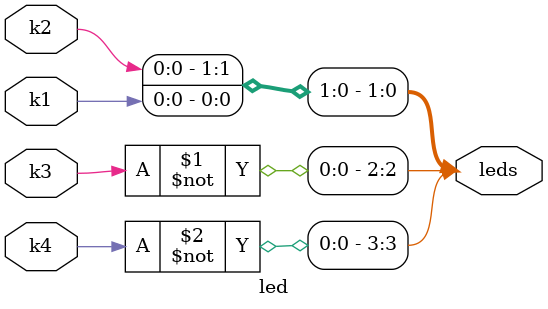
<source format=v>
module led(	// /tmp/tmp.1rDEfdoTwY/36055_learn-verilog_led_led.cleaned.mlir:2:3
  input        k1,	// /tmp/tmp.1rDEfdoTwY/36055_learn-verilog_led_led.cleaned.mlir:2:21
               k2,	// /tmp/tmp.1rDEfdoTwY/36055_learn-verilog_led_led.cleaned.mlir:2:34
               k3,	// /tmp/tmp.1rDEfdoTwY/36055_learn-verilog_led_led.cleaned.mlir:2:47
               k4,	// /tmp/tmp.1rDEfdoTwY/36055_learn-verilog_led_led.cleaned.mlir:2:60
  output [3:0] leds	// /tmp/tmp.1rDEfdoTwY/36055_learn-verilog_led_led.cleaned.mlir:2:74
);

  assign leds = {~k4, ~k3, k2, k1};	// /tmp/tmp.1rDEfdoTwY/36055_learn-verilog_led_led.cleaned.mlir:4:10, :5:10, :6:10, :7:5
endmodule


</source>
